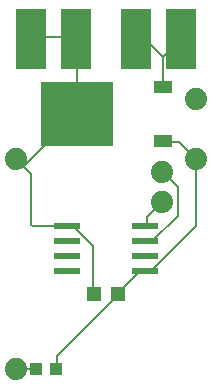
<source format=gbr>
G04 EAGLE Gerber RS-274X export*
G75*
%MOIN*%
%FSLAX34Y34*%
%LPD*%
%INBottom Copper*%
%IPPOS*%
%AMOC8*
5,1,8,0,0,1.08239X$1,22.5*%
G01*
%ADD10R,0.100000X0.200000*%
%ADD11C,0.074000*%
%ADD12R,0.047244X0.051181*%
%ADD13R,0.244094X0.212598*%
%ADD14R,0.062992X0.039370*%
%ADD15R,0.039370X0.043307*%
%ADD16R,0.086614X0.023622*%
%ADD17C,0.006000*%


D10*
X21000Y27500D03*
D11*
X15500Y23500D03*
X15500Y16500D03*
X21500Y23500D03*
X21500Y25500D03*
X20375Y23063D03*
X20375Y22063D03*
D12*
X18900Y19000D03*
X18100Y19000D03*
D10*
X17500Y27500D03*
X19500Y27500D03*
X16000Y27500D03*
D13*
X17516Y25000D03*
D14*
X20390Y25898D03*
X20390Y24102D03*
D15*
X16165Y16500D03*
X16835Y16500D03*
D16*
X17195Y20250D03*
X19805Y20250D03*
X17195Y19750D03*
X17195Y20750D03*
X17195Y21250D03*
X19805Y19750D03*
X19805Y20750D03*
X19805Y21250D03*
D17*
X17460Y27540D02*
X16020Y27540D01*
X16000Y27500D01*
X17460Y27540D02*
X17500Y27500D01*
X17520Y27480D02*
X17520Y25020D01*
X17516Y25000D01*
X17520Y27480D02*
X17500Y27500D01*
X18060Y20580D02*
X18060Y19020D01*
X18060Y20580D02*
X17400Y21240D01*
X17220Y21240D01*
X18060Y19020D02*
X18100Y19000D01*
X17220Y21240D02*
X17195Y21250D01*
X15720Y23280D02*
X15500Y23500D01*
X17160Y21300D02*
X17195Y21250D01*
X15780Y23280D02*
X17460Y24960D01*
X15780Y23280D02*
X15720Y23280D01*
X17460Y24960D02*
X17516Y25000D01*
X15540Y23460D02*
X15500Y23500D01*
X16000Y23000D01*
X16000Y21300D01*
X16050Y21250D01*
X17195Y21250D01*
X16860Y16920D02*
X16860Y16500D01*
X16860Y16920D02*
X18900Y18960D01*
X16860Y16500D02*
X16835Y16500D01*
X18900Y18960D02*
X18900Y19000D01*
X19620Y19740D02*
X19800Y19740D01*
X19620Y19740D02*
X18900Y19020D01*
X19800Y19740D02*
X19805Y19750D01*
X18900Y19020D02*
X18900Y19000D01*
X20400Y24060D02*
X20940Y24060D01*
X21500Y23500D01*
X20400Y24060D02*
X20390Y24102D01*
X20040Y19800D02*
X19860Y19800D01*
X20040Y19800D02*
X21480Y21240D01*
X21480Y23460D01*
X19860Y19800D02*
X19805Y19750D01*
X21480Y23460D02*
X21500Y23500D01*
X20040Y20760D02*
X19860Y20760D01*
X20040Y20760D02*
X20880Y21600D01*
X20880Y22560D01*
X20400Y23040D01*
X19860Y20760D02*
X19805Y20750D01*
X20400Y23040D02*
X20375Y23063D01*
X19860Y21540D02*
X19860Y21300D01*
X19860Y21540D02*
X20340Y22020D01*
X19860Y21300D02*
X19805Y21250D01*
X20340Y22020D02*
X20375Y22063D01*
X16165Y16500D02*
X15500Y16500D01*
X20400Y25920D02*
X20400Y26880D01*
X21000Y27480D01*
X20400Y25920D02*
X20390Y25898D01*
X21000Y27480D02*
X21000Y27500D01*
X19800Y27480D02*
X19500Y27480D01*
X19800Y27480D02*
X20400Y26880D01*
X19500Y27480D02*
X19500Y27500D01*
M02*

</source>
